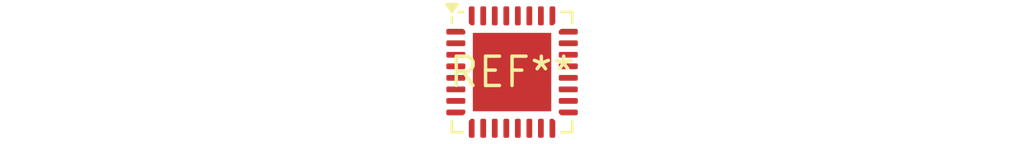
<source format=kicad_pcb>
(kicad_pcb (version 20240108) (generator pcbnew)
  (layers (0 "F.Cu" signal) (31 "B.Cu" signal) (34 "B.Paste" user) (35 "F.Paste" user) (36 "B.SilkS" user "B.Silkscreen") (37 "F.SilkS" user "F.Silkscreen") (38 "B.Mask" user) (39 "F.Mask" user) (44 "Edge.Cuts" user))
  (net 0 "")
  (footprint "TQFN-32-1EP_5x5mm_P0.5mm_EP3.4x3.4mm" (layer "F.Cu") (at 0 0)
    (property "Reference" "REF**")
    (property "Value" "TQFN-32-1EP_5x5mm_P0.5mm_EP3.4x3.4mm")
    (fp_line (start -2.61 -2.135) (end -2.61 -2.37) (layer "F.SilkS") (stroke (width 0.12)))
    (fp_line (start -2.61 2.61) (end -2.61 2.135) (layer "F.SilkS") (stroke (width 0.12)))
    (fp_line (start -2.135 -2.61) (end -2.31 -2.61) (layer "F.SilkS") (stroke (width 0.12)))
    (fp_line (start -2.135 2.61) (end -2.61 2.61) (layer "F.SilkS") (stroke (width 0.12)))
    (fp_line (start 2.135 -2.61) (end 2.61 -2.61) (layer "F.SilkS") (stroke (width 0.12)))
    (fp_line (start 2.135 2.61) (end 2.61 2.61) (layer "F.SilkS") (stroke (width 0.12)))
    (fp_line (start 2.61 -2.61) (end 2.61 -2.135) (layer "F.SilkS") (stroke (width 0.12)))
    (fp_line (start 2.61 2.61) (end 2.61 2.135) (layer "F.SilkS") (stroke (width 0.12)))
    (fp_poly (pts (xy -2.61 -2.61) (xy -2.85 -2.94) (xy -2.37 -2.94) (xy -2.61 -2.61)) (layer "F.SilkS") (stroke (width 0.12)) (fill solid))
    (pad "1" smd custom (at -2.4375 -1.75) (size 0.18636 0.18636) (layers "F.Cu" "F.Paste" "F.Mask") (options (clearance outline) (anchor circle)) (primitives (gr_poly (pts (xy -0.35 -0.0625) (xy 0.296612 -0.0625) (xy 0.35 -0.009112) (xy 0.35 0.0625) (xy -0.35 0.0625)) (width 0.125) (fill yes))))
    (pad "2" smd roundrect (at -2.4375 -1.25) (size 0.825 0.25) (layers "F.Cu" "F.Paste" "F.Mask"))
    (pad "3" smd roundrect (at -2.4375 -0.75) (size 0.825 0.25) (layers "F.Cu" "F.Paste" "F.Mask"))
    (pad "4" smd roundrect (at -2.4375 -0.25) (size 0.825 0.25) (layers "F.Cu" "F.Paste" "F.Mask"))
    (pad "5" smd roundrect (at -2.4375 0.25) (size 0.825 0.25) (layers "F.Cu" "F.Paste" "F.Mask"))
    (pad "6" smd roundrect (at -2.4375 0.75) (size 0.825 0.25) (layers "F.Cu" "F.Paste" "F.Mask"))
    (pad "7" smd roundrect (at -2.4375 1.25) (size 0.825 0.25) (layers "F.Cu" "F.Paste" "F.Mask"))
    (pad "8" smd custom (at -2.4375 1.75) (size 0.18636 0.18636) (layers "F.Cu" "F.Paste" "F.Mask") (options (clearance outline) (anchor circle)) (primitives (gr_poly (pts (xy -0.35 -0.0625) (xy 0.35 -0.0625) (xy 0.35 0.009112) (xy 0.296612 0.0625) (xy -0.35 0.0625)) (width 0.125) (fill yes))))
    (pad "9" smd custom (at -1.75 2.4375) (size 0.18636 0.18636) (layers "F.Cu" "F.Paste" "F.Mask") (options (clearance outline) (anchor circle)) (primitives (gr_poly (pts (xy -0.0625 -0.296612) (xy -0.009112 -0.35) (xy 0.0625 -0.35) (xy 0.0625 0.35) (xy -0.0625 0.35)) (width 0.125) (fill yes))))
    (pad "10" smd roundrect (at -1.25 2.4375) (size 0.25 0.825) (layers "F.Cu" "F.Paste" "F.Mask"))
    (pad "11" smd roundrect (at -0.75 2.4375) (size 0.25 0.825) (layers "F.Cu" "F.Paste" "F.Mask"))
    (pad "12" smd roundrect (at -0.25 2.4375) (size 0.25 0.825) (layers "F.Cu" "F.Paste" "F.Mask"))
    (pad "13" smd roundrect (at 0.25 2.4375) (size 0.25 0.825) (layers "F.Cu" "F.Paste" "F.Mask"))
    (pad "14" smd roundrect (at 0.75 2.4375) (size 0.25 0.825) (layers "F.Cu" "F.Paste" "F.Mask"))
    (pad "15" smd roundrect (at 1.25 2.4375) (size 0.25 0.825) (layers "F.Cu" "F.Paste" "F.Mask"))
    (pad "16" smd custom (at 1.75 2.4375) (size 0.18636 0.18636) (layers "F.Cu" "F.Paste" "F.Mask") (options (clearance outline) (anchor circle)) (primitives (gr_poly (pts (xy -0.0625 -0.35) (xy 0.009112 -0.35) (xy 0.0625 -0.296612) (xy 0.0625 0.35) (xy -0.0625 0.35)) (width 0.125) (fill yes))))
    (pad "17" smd custom (at 2.4375 1.75) (size 0.18636 0.18636) (layers "F.Cu" "F.Paste" "F.Mask") (options (clearance outline) (anchor circle)) (primitives (gr_poly (pts (xy -0.35 -0.0625) (xy 0.35 -0.0625) (xy 0.35 0.0625) (xy -0.296612 0.0625) (xy -0.35 0.009112)) (width 0.125) (fill yes))))
    (pad "18" smd roundrect (at 2.4375 1.25) (size 0.825 0.25) (layers "F.Cu" "F.Paste" "F.Mask"))
    (pad "19" smd roundrect (at 2.4375 0.75) (size 0.825 0.25) (layers "F.Cu" "F.Paste" "F.Mask"))
    (pad "20" smd roundrect (at 2.4375 0.25) (size 0.825 0.25) (layers "F.Cu" "F.Paste" "F.Mask"))
    (pad "21" smd roundrect (at 2.4375 -0.25) (size 0.825 0.25) (layers "F.Cu" "F.Paste" "F.Mask"))
    (pad "22" smd roundrect (at 2.4375 -0.75) (size 0.825 0.25) (layers "F.Cu" "F.Paste" "F.Mask"))
    (pad "23" smd roundrect (at 2.4375 -1.25) (size 0.825 0.25) (layers "F.Cu" "F.Paste" "F.Mask"))
    (pad "24" smd custom (at 2.4375 -1.75) (size 0.18636 0.18636) (layers "F.Cu" "F.Paste" "F.Mask") (options (clearance outline) (anchor circle)) (primitives (gr_poly (pts (xy -0.35 -0.009112) (xy -0.296612 -0.0625) (xy 0.35 -0.0625) (xy 0.35 0.0625) (xy -0.35 0.0625)) (width 0.125) (fill yes))))
    (pad "25" smd custom (at 1.75 -2.4375) (size 0.18636 0.18636) (layers "F.Cu" "F.Paste" "F.Mask") (options (clearance outline) (anchor circle)) (primitives (gr_poly (pts (xy -0.0625 -0.35) (xy 0.0625 -0.35) (xy 0.0625 0.296612) (xy 0.009112 0.35) (xy -0.0625 0.35)) (width 0.125) (fill yes))))
    (pad "26" smd roundrect (at 1.25 -2.4375) (size 0.25 0.825) (layers "F.Cu" "F.Paste" "F.Mask"))
    (pad "27" smd roundrect (at 0.75 -2.4375) (size 0.25 0.825) (layers "F.Cu" "F.Paste" "F.Mask"))
    (pad "28" smd roundrect (at 0.25 -2.4375) (size 0.25 0.825) (layers "F.Cu" "F.Paste" "F.Mask"))
    (pad "29" smd roundrect (at -0.25 -2.4375) (size 0.25 0.825) (layers "F.Cu" "F.Paste" "F.Mask"))
    (pad "30" smd roundrect (at -0.75 -2.4375) (size 0.25 0.825) (layers "F.Cu" "F.Paste" "F.Mask"))
    (pad "31" smd roundrect (at -1.25 -2.4375) (size 0.25 0.825) (layers "F.Cu" "F.Paste" "F.Mask"))
    (pad "32" smd custom (at -1.75 -2.4375) (size 0.18636 0.18636) (layers "F.Cu" "F.Paste" "F.Mask") (options (clearance outline) (anchor circle)) (primitives (gr_poly (pts (xy -0.0625 -0.35) (xy 0.0625 -0.35) (xy 0.0625 0.35) (xy -0.009112 0.35) (xy -0.0625 0.296612)) (width 0.125) (fill yes))))
    (pad "33" smd rect (at 0 0) (size 3.4 3.4) (property pad_prop_heatsink) (layers "F.Cu" "F.Mask"))
  )
)
</source>
